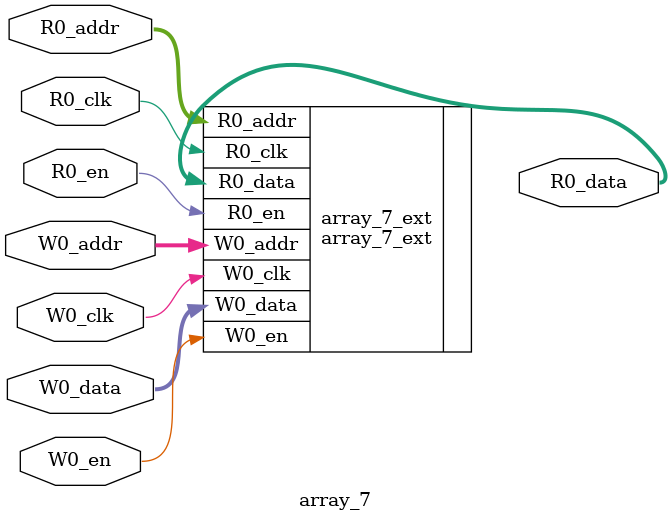
<source format=sv>
`ifndef RANDOMIZE
  `ifdef RANDOMIZE_MEM_INIT
    `define RANDOMIZE
  `endif // RANDOMIZE_MEM_INIT
`endif // not def RANDOMIZE
`ifndef RANDOMIZE
  `ifdef RANDOMIZE_REG_INIT
    `define RANDOMIZE
  `endif // RANDOMIZE_REG_INIT
`endif // not def RANDOMIZE

`ifndef RANDOM
  `define RANDOM $random
`endif // not def RANDOM

// Users can define INIT_RANDOM as general code that gets injected into the
// initializer block for modules with registers.
`ifndef INIT_RANDOM
  `define INIT_RANDOM
`endif // not def INIT_RANDOM

// If using random initialization, you can also define RANDOMIZE_DELAY to
// customize the delay used, otherwise 0.002 is used.
`ifndef RANDOMIZE_DELAY
  `define RANDOMIZE_DELAY 0.002
`endif // not def RANDOMIZE_DELAY

// Define INIT_RANDOM_PROLOG_ for use in our modules below.
`ifndef INIT_RANDOM_PROLOG_
  `ifdef RANDOMIZE
    `ifdef VERILATOR
      `define INIT_RANDOM_PROLOG_ `INIT_RANDOM
    `else  // VERILATOR
      `define INIT_RANDOM_PROLOG_ `INIT_RANDOM #`RANDOMIZE_DELAY begin end
    `endif // VERILATOR
  `else  // RANDOMIZE
    `define INIT_RANDOM_PROLOG_
  `endif // RANDOMIZE
`endif // not def INIT_RANDOM_PROLOG_

// Include register initializers in init blocks unless synthesis is set
`ifndef SYNTHESIS
  `ifndef ENABLE_INITIAL_REG_
    `define ENABLE_INITIAL_REG_
  `endif // not def ENABLE_INITIAL_REG_
`endif // not def SYNTHESIS

// Include rmemory initializers in init blocks unless synthesis is set
`ifndef SYNTHESIS
  `ifndef ENABLE_INITIAL_MEM_
    `define ENABLE_INITIAL_MEM_
  `endif // not def ENABLE_INITIAL_MEM_
`endif // not def SYNTHESIS

module array_7(
  input  [2:0]  R0_addr,
  input         R0_en,
  input         R0_clk,
  output [79:0] R0_data,
  input  [2:0]  W0_addr,
  input         W0_en,
  input         W0_clk,
  input  [79:0] W0_data
);

  array_7_ext array_7_ext (
    .R0_addr (R0_addr),
    .R0_en   (R0_en),
    .R0_clk  (R0_clk),
    .R0_data (R0_data),
    .W0_addr (W0_addr),
    .W0_en   (W0_en),
    .W0_clk  (W0_clk),
    .W0_data (W0_data)
  );
endmodule


</source>
